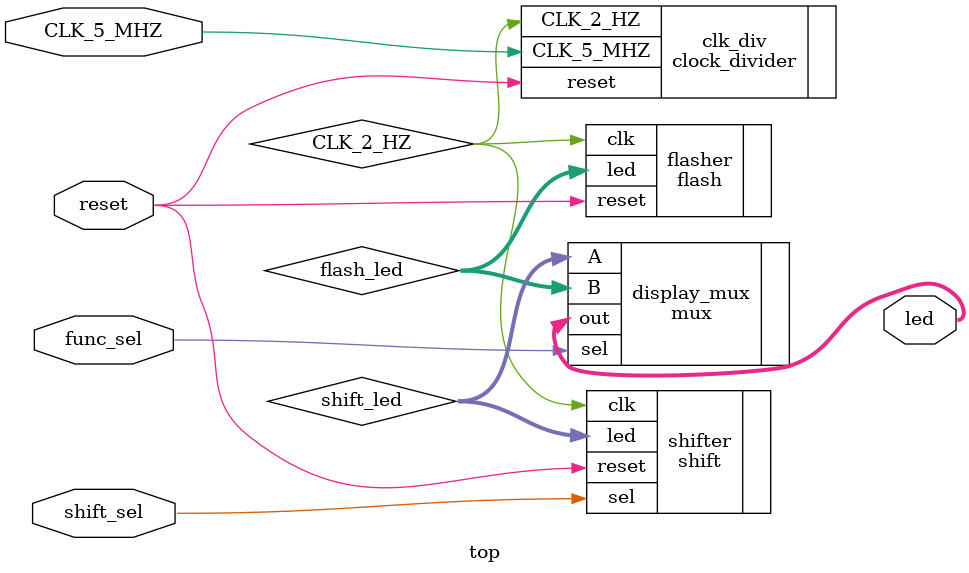
<source format=v>
`timescale 1ns / 1ps


module top(
    input CLK_5_MHZ,
    input reset,
    input shift_sel,
    input func_sel,
    output [15:0] led
    );
    
    wire CLK_2_HZ;
    clock_divider clk_div(
        .CLK_5_MHZ      (CLK_5_MHZ),
        .reset          (reset),
        .CLK_2_HZ       (CLK_2_HZ)
    );
    
    wire [15:0] shift_led;
    shift shifter(
        .sel        (shift_sel),
        .clk        (CLK_2_HZ),
        .led        (shift_led),
        .reset      (reset)
    );
    
    wire [15:0] flash_led;
    flash flasher(
        .clk        (CLK_2_HZ),
        .reset      (reset),
        .led        (flash_led)
        );
    mux display_mux(
        .sel        (func_sel),
        .A          (shift_led),
        .B          (flash_led),
        .out        (led)
    );
    
endmodule

</source>
